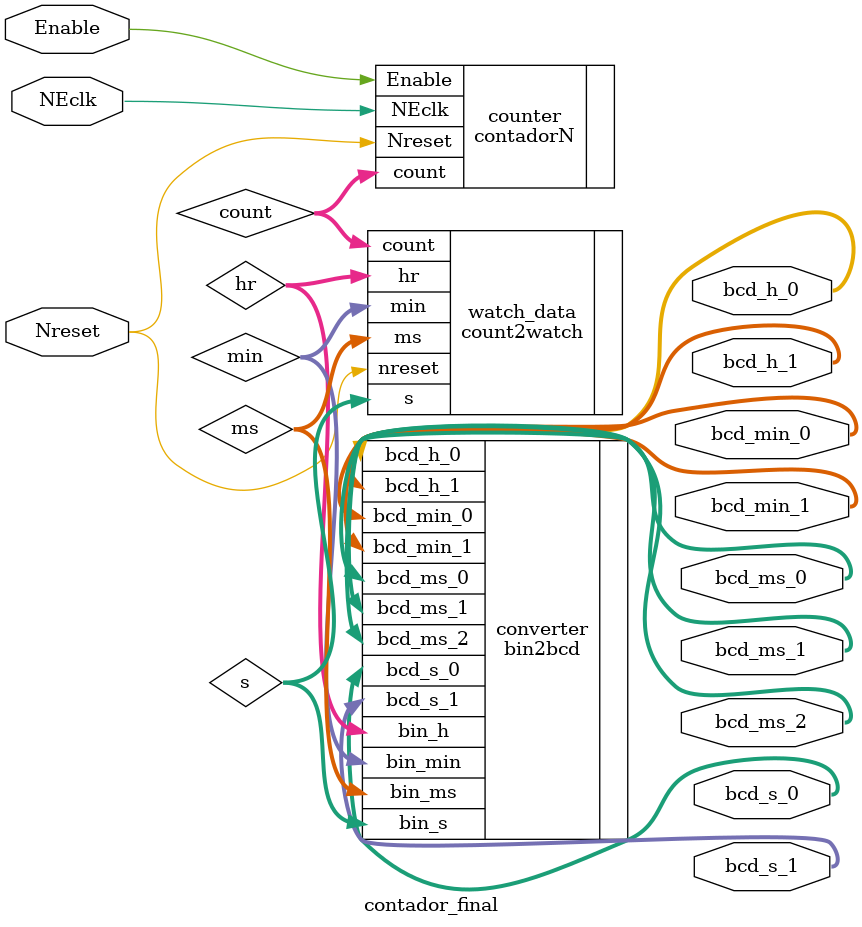
<source format=v>

module contador_final (
    NEclk,                              // Negative-edge clock
    Nreset,                             // Not-reset
    Enable,                             // Counting Enabler
    bcd_h_1, bcd_h_0,                   // Hours Passed Output
    bcd_min_1, bcd_min_0,               // Minutes Passed Output
    bcd_s_1, bcd_s_0,                   // Seconds Passed Output
    bcd_ms_0, bcd_ms_1, bcd_ms_2        // Milliseconds Passed Output
);

parameter size = 29;

// Defining I/O
input NEclk, Nreset, Enable;

output [3:0] bcd_h_0, bcd_h_1;
output [3:0] bcd_min_0, bcd_min_1;
output [3:0] bcd_s_0, bcd_s_1;
output [3:0] bcd_ms_0, bcd_ms_1, bcd_ms_2;

// Defining Data Types
wire NEclk, Nreset, Enable;

wire [3:0] bcd_h_0, bcd_h_1;
wire [3:0] bcd_min_0, bcd_min_1;
wire [3:0] bcd_s_0, bcd_s_1;
wire [3:0] bcd_ms_0, bcd_ms_1, bcd_ms_2;

// Defining Internal Variables/Wires

wire [size-1:0] count;                  // Counter to time unit splitter

wire [9:0] ms;
wire [5:0] s;
wire [5:0] min;
wire [6:0] hr;                          // Binary Data to BCD Data

// Code

contadorN #(.BITS(size)) counter (
    .NEclk(NEclk),
    .Nreset(Nreset),
    .Enable(Enable),
    .count(count)
);

count2watch #(.BITS(size)) watch_data (
    .count(count),
    .nreset(Nreset),
    .ms(ms),
    .s(s),
    .min(min),
    .hr(hr)
);

bin2bcd converter (
    .bin_h(hr), .bin_min(min), .bin_s(s), .bin_ms(ms),
    .bcd_h_0(bcd_h_0), .bcd_h_1(bcd_h_1),
    .bcd_min_0(bcd_min_0), .bcd_min_1(bcd_min_1),
    .bcd_s_0(bcd_s_0), .bcd_s_1(bcd_s_1),
    .bcd_ms_0(bcd_ms_0), .bcd_ms_1(bcd_ms_1), .bcd_ms_2(bcd_ms_2)
);

endmodule
</source>
